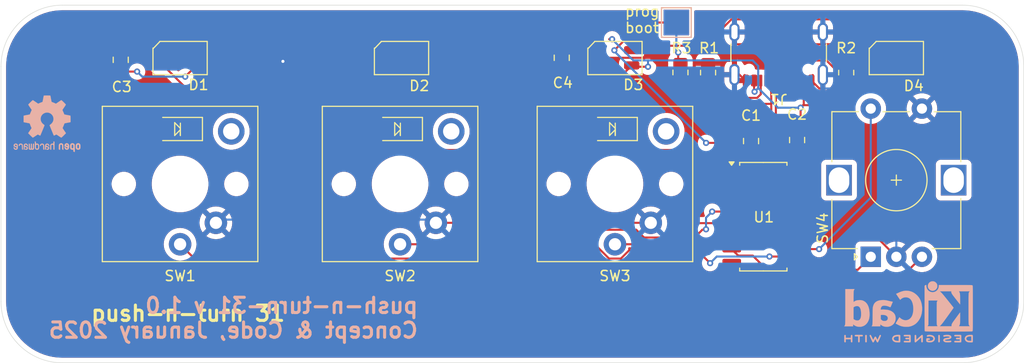
<source format=kicad_pcb>
(kicad_pcb (version 20240108) (generator "pcbnew") (generator_version "8.0")
  (layers (0 "F.Cu" signal) (31 "B.Cu" signal) (34 "B.Paste" user) (35 "F.Paste" user) (36 "B.SilkS" user "B.Silkscreen") (37 "F.SilkS" user "F.Silkscreen") (38 "B.Mask" user) (39 "F.Mask" user) (44 "Edge.Cuts" user))
  (net 0 "")
  (net 1 "GND")
  (net 2 "+3V3")
  (net 3 "+5V")
  (net 4 "Net-(D1-DOUT)")
  (net 5 "neo")
  (net 6 "Net-(D2-DOUT)")
  (net 7 "Net-(D3-DOUT)")
  (net 8 "Net-(J1-CC1)")
  (net 9 "/D-")
  (net 10 "/D+")
  (net 12 "Net-(J1-CC2)")
  (net 14 "Net-(R3-Pad1)")
  (net 15 "key1")
  (net 16 "key2")
  (net 17 "key3")
  (net 18 "enc_a")
  (net 19 "enc_b")
  (net 20 "enc_but")
  (net 21 "key6")
  (net 22 "key4")
  (net 24 "key5")
  (footprint "Capacitor_SMD:C_0805_2012Metric" (layer "F.Cu") (at 111.7 75.45 90)
    (property "Reference" "C3" (at -2.650001 0.1 0) (layer "F.SilkS"))
    (property "Value" "100n")
    (pad "1" smd roundrect (at -0.949999 0 90) (size 1 1.45) (layers "F.Cu" "F.Paste" "F.Mask") (net 3 "+5V"))
    (pad "2" smd roundrect (at 0.949999 0 90) (size 1 1.45) (layers "F.Cu" "F.Paste" "F.Mask") (net 1 "GND"))
  )
  (footprint "TestPoint:TestPoint_Pad_2.5x2.5mm" (layer "F.Cu") (at 166 71.8)
    (property "Reference" "TP1" (hide yes))
    (property "Value" "~")
    (pad "1" smd rect (at 0 0) (size 2.5 2.5) (layers "F.Cu" "F.Mask") (net 2 "+3V3"))
  )
  (footprint "Connector_USB:USB_C_Receptacle_GCT_USB4105-xx-A_16P_TopMnt_Horizontal" (layer "F.Cu") (at 176 73.8 180)
    (property "Reference" "J1" (at 0 -5.5 180) (layer "F.SilkS"))
    (property "Value" "USB_C_Receptacle_USB2.0_16P" (hide yes))
    (pad "" np_thru_hole circle (at -2.89 -2.605 180) (size 0.65 0.65) (drill 0.65) (layers "F&B.Cu" "*.Mask"))
    (pad "" np_thru_hole circle (at 2.89 -2.605 180) (size 0.65 0.65) (drill 0.65) (layers "F&B.Cu" "*.Mask"))
    (pad "A1" smd roundrect (at -3.2 -3.68 180) (size 0.6 1.15) (layers "F.Cu" "F.Paste" "F.Mask") (net 1 "GND"))
    (pad "A4" smd roundrect (at -2.4 -3.68 180) (size 0.6 1.15) (layers "F.Cu" "F.Paste" "F.Mask") (net 3 "+5V"))
    (pad "A5" smd roundrect (at -1.25 -3.679999 180) (size 0.3 1.15) (layers "F.Cu" "F.Paste" "F.Mask") (net 8 "Net-(J1-CC1)"))
    (pad "A6" smd roundrect (at -0.25 -3.68 180) (size 0.3 1.15) (layers "F.Cu" "F.Paste" "F.Mask") (net 10 "/D+"))
    (pad "A7" smd roundrect (at 0.25 -3.68 180) (size 0.3 1.15) (layers "F.Cu" "F.Paste" "F.Mask") (net 9 "/D-"))
    (pad "A8" smd roundrect (at 1.25 -3.679999 180) (size 0.3 1.15) (layers "F.Cu" "F.Paste" "F.Mask"))
    (pad "A9" smd roundrect (at 2.4 -3.68 180) (size 0.6 1.15) (layers "F.Cu" "F.Paste" "F.Mask") (net 3 "+5V"))
    (pad "A12" smd roundrect (at 3.2 -3.68 180) (size 0.6 1.15) (layers "F.Cu" "F.Paste" "F.Mask") (net 1 "GND"))
    (pad "B1" smd roundrect (at 3.2 -3.68 180) (size 0.6 1.15) (layers "F.Cu" "F.Paste" "F.Mask") (net 1 "GND"))
    (pad "B4" smd roundrect (at 2.4 -3.68 180) (size 0.6 1.15) (layers "F.Cu" "F.Paste" "F.Mask") (net 3 "+5V"))
    (pad "B5" smd roundrect (at 1.75 -3.68 180) (size 0.3 1.15) (layers "F.Cu" "F.Paste" "F.Mask") (net 12 "Net-(J1-CC2)"))
    (pad "B6" smd roundrect (at 0.75 -3.68 180) (size 0.3 1.15) (layers "F.Cu" "F.Paste" "F.Mask") (net 10 "/D+"))
    (pad "B7" smd roundrect (at -0.75 -3.68 180) (size 0.3 1.15) (layers "F.Cu" "F.Paste" "F.Mask") (net 9 "/D-"))
    (pad "B8" smd roundrect (at -1.75 -3.68 180) (size 0.3 1.15) (layers "F.Cu" "F.Paste" "F.Mask"))
    (pad "B9" smd roundrect (at -2.4 -3.68 180) (size 0.6 1.15) (layers "F.Cu" "F.Paste" "F.Mask") (net 3 "+5V"))
    (pad "B12" smd roundrect (at -3.2 -3.68 180) (size 0.6 1.15) (layers "F.Cu" "F.Paste" "F.Mask") (net 1 "GND"))
    (pad "S1" thru_hole oval (at -4.32 -3.105 180) (size 1 2.1) (drill oval 0.6 1.7) (layers "*.Cu" "*.Mask" "F.Paste") (net 1 "GND"))
    (pad "S1" thru_hole oval (at -4.32 1.075 180) (size 1 1.8) (drill oval 0.6 1.4) (layers "*.Cu" "*.Mask" "F.Paste") (net 1 "GND"))
    (pad "S1" thru_hole oval (at 4.32 -3.105 180) (size 1 2.1) (drill oval 0.6 1.7) (layers "*.Cu" "*.Mask" "F.Paste") (net 1 "GND"))
    (pad "S1" thru_hole oval (at 4.32 1.075 180) (size 1 1.8) (drill oval 0.6 1.4) (layers "*.Cu" "*.Mask" "F.Paste") (net 1 "GND"))
  )
  (footprint "Resistor_SMD:R_0805_2012Metric" (layer "F.Cu") (at 166.4 76.6875 -90)
    (property "Reference" "R3" (at -2.3875 -0.1 0) (layer "F.SilkS"))
    (property "Value" "10k")
    (pad "1" smd roundrect (at -0.9125 0 270) (size 1.025 1.4) (layers "F.Cu" "F.Paste" "F.Mask") (roundrect_rratio 0.243902) (net 14 "Net-(R3-Pad1)"))
    (pad "2" smd roundrect (at 0.9125 0 270) (size 1.025 1.4) (layers "F.Cu" "F.Paste" "F.Mask") (roundrect_rratio 0.243902) (net 10 "/D+"))
  )
  (footprint "LED_SMD:LED_WS2812B-Mini_PLCC4_3.5x2.8mm" (layer "F.Cu") (at 160 75.25 180)
    (property "Reference" "D3" (at -1.8 -2.65 0) (layer "F.SilkS"))
    (property "Value" "WS2812B-3528" (hide yes))
    (pad "1" smd roundrect (at 1.64 0.75 180) (size 1.5 0.8) (layers "F.Cu" "F.Paste" "F.Mask") (net 1 "GND"))
    (pad "2" smd roundrect (at 1.64 -0.75 180) (size 1.5 0.8) (layers "F.Cu" "F.Paste" "F.Mask") (net 6 "Net-(D2-DOUT)"))
    (pad "3" smd roundrect (at -1.64 -0.75 180) (size 1.5 0.8) (layers "F.Cu" "F.Paste" "F.Mask") (net 3 "+5V"))
    (pad "4" smd roundrect (at -1.64 0.75 180) (size 1.5 0.8) (layers "F.Cu" "F.Paste" "F.Mask") (net 7 "Net-(D3-DOUT)"))
  )
  (footprint "Resistor_SMD:R_0805_2012Metric" (layer "F.Cu") (at 182.6 76.7 90)
    (property "Reference" "R2" (at 2.4 0 180) (layer "F.SilkS"))
    (property "Value" "5k1")
    (pad "1" smd roundrect (at -0.9125 0 90) (size 1.025 1.4) (layers "F.Cu" "F.Paste" "F.Mask") (roundrect_rratio 0.243902) (net 8 "Net-(J1-CC1)"))
    (pad "2" smd roundrect (at 0.9125 0 90) (size 1.025 1.4) (layers "F.Cu" "F.Paste" "F.Mask") (roundrect_rratio 0.243902) (net 1 "GND"))
  )
  (footprint "Capacitor_SMD:C_0805_2012Metric" (layer "F.Cu") (at 154.8 75.25 90)
    (property "Reference" "C4" (at -2.450001 0.1 0) (layer "F.SilkS"))
    (property "Value" "100n")
    (pad "1" smd roundrect (at -0.949999 0 90) (size 1 1.45) (layers "F.Cu" "F.Paste" "F.Mask") (net 3 "+5V"))
    (pad "2" smd roundrect (at 0.949999 0 90) (size 1 1.45) (layers "F.Cu" "F.Paste" "F.Mask") (net 1 "GND"))
  )
  (footprint "Capacitor_SMD:C_0805_2012Metric" (layer "F.Cu") (at 173.3 83.4 90)
    (property "Reference" "C1" (at 2.5 0 180) (layer "F.SilkS"))
    (property "Value" "100n")
    (pad "1" smd roundrect (at -0.949999 0 90) (size 1 1.45) (layers "F.Cu" "F.Paste" "F.Mask") (net 2 "+3V3"))
    (pad "2" smd roundrect (at 0.949999 0 90) (size 1 1.45) (layers "F.Cu" "F.Paste" "F.Mask") (net 1 "GND"))
  )
  (footprint "Button_Switch_Keyboard:SW_RedDragon5.5m_Ali_1.00u" (layer "F.Cu") (at 160 87.6 180)
    (property "Reference" "SW3" (at 0 -9 0) (layer "F.SilkS"))
    (property "Value" "key3")
    (pad "" np_thru_hole circle (at -5.5 0 180) (size 1.9 1.9) (drill 1.9) (layers "*.Cu" "*.Mask"))
    (pad "" thru_hole circle (at -5 5.15 180) (size 2.6 2.6) (drill 1.6) (layers "*.Cu" "*.Mask"))
    (pad "" np_thru_hole circle (at 0 0 180) (size 5.05 5.05) (drill 5.05) (layers "*.Cu" "*.Mask"))
    (pad "" np_thru_hole circle (at 5.5 0 180) (size 1.9 1.9) (drill 1.9) (layers "*.Cu" "*.Mask"))
    (pad "1" thru_hole circle (at 0 -5.9 180) (size 2.2 2.2) (drill 1.2) (layers "*.Cu" "*.Mask") (net 17 "key3"))
    (pad "2" thru_hole circle (at -3.5 -3.8 180) (size 2.2 2.2) (drill 1.2) (layers "*.Cu" "*.Mask") (net 1 "GND"))
    (pad "3" smd roundrect (at -1.3 5.38 180) (size 1.25 1.75) (layers "F.Cu" "F.Paste" "F.Mask") (roundrect_rratio 0.2))
    (pad "4" smd roundrect (at 1.5 5.38 180) (size 1.25 1.75) (layers "F.Cu" "F.Paste" "F.Mask") (roundrect_rratio 0.2))
  )
  (footprint "Button_Switch_Keyboard:SW_RedDragon5.5m_Ali_1.00u" (layer "F.Cu") (at 139 87.6 180)
    (property "Reference" "SW2" (at 0 -9 0) (layer "F.SilkS"))
    (property "Value" "key2")
    (pad "" np_thru_hole circle (at -5.5 0 180) (size 1.9 1.9) (drill 1.9) (layers "*.Cu" "*.Mask"))
    (pad "" thru_hole circle (at -5 5.15 180) (size 2.6 2.6) (drill 1.6) (layers "*.Cu" "*.Mask"))
    (pad "" np_thru_hole circle (at 0 0 180) (size 5.05 5.05) (drill 5.05) (layers "*.Cu" "*.Mask"))
    (pad "" np_thru_hole circle (at 5.5 0 180) (size 1.9 1.9) (drill 1.9) (layers "*.Cu" "*.Mask"))
    (pad "1" thru_hole circle (at 0 -5.9 180) (size 2.2 2.2) (drill 1.2) (layers "*.Cu" "*.Mask") (net 16 "key2"))
    (pad "2" thru_hole circle (at -3.5 -3.8 180) (size 2.2 2.2) (drill 1.2) (layers "*.Cu" "*.Mask") (net 1 "GND"))
    (pad "3" smd roundrect (at -1.3 5.38 180) (size 1.25 1.75) (layers "F.Cu" "F.Paste" "F.Mask") (roundrect_rratio 0.2))
    (pad "4" smd roundrect (at 1.5 5.38 180) (size 1.25 1.75) (layers "F.Cu" "F.Paste" "F.Mask") (roundrect_rratio 0.2))
  )
  (footprint "LED_SMD:LED_WS2812B-Mini_PLCC4_3.5x2.8mm" (layer "F.Cu") (at 117.5 75.25 180)
    (property "Reference" "D1" (at -1.8 -2.65 0) (layer "F.SilkS"))
    (property "Value" "WS2812B-3528" (hide yes))
    (pad "1" smd roundrect (at 1.64 0.75 180) (size 1.5 0.8) (layers "F.Cu" "F.Paste" "F.Mask") (net 1 "GND"))
    (pad "2" smd roundrect (at 1.64 -0.75 180) (size 1.5 0.8) (layers "F.Cu" "F.Paste" "F.Mask") (net 5 "neo"))
    (pad "3" smd roundrect (at -1.64 -0.75 180) (size 1.5 0.8) (layers "F.Cu" "F.Paste" "F.Mask") (net 3 "+5V"))
    (pad "4" smd roundrect (at -1.64 0.75 180) (size 1.5 0.8) (layers "F.Cu" "F.Paste" "F.Mask") (net 4 "Net-(D1-DOUT)"))
  )
  (footprint "Resistor_SMD:R_0805_2012Metric" (layer "F.Cu") (at 169.1 76.7 90)
    (property "Reference" "R1" (at 2.4 0.1 180) (layer "F.SilkS"))
    (property "Value" "5k1")
    (pad "1" smd roundrect (at -0.9125 0 90) (size 1.025 1.4) (layers "F.Cu" "F.Paste" "F.Mask") (roundrect_rratio 0.243902) (net 12 "Net-(J1-CC2)"))
    (pad "2" smd roundrect (at 0.9125 0 90) (size 1.025 1.4) (layers "F.Cu" "F.Paste" "F.Mask") (roundrect_rratio 0.243902) (net 1 "GND"))
  )
  (footprint "Package_SO:SOP-16_4.4x10.4mm_P1.27mm" (layer "F.Cu") (at 174.5 90.8)
    (property "Reference" "U1" (at 0.05 0.05 0) (layer "F.SilkS"))
    (property "Value" "CH552G")
    (pad "1" smd roundrect (at -3.0875 -4.445) (size 1.825 0.65) (layers "F.Cu" "F.Paste" "F.Mask") (net 21 "key6"))
    (pad "2" smd roundrect (at -3.0875 -3.175) (size 1.825 0.65) (layers "F.Cu" "F.Paste" "F.Mask") (net 24 "key5"))
    (pad "3" smd roundrect (at -3.0875 -1.905) (size 1.825 0.65) (layers "F.Cu" "F.Paste" "F.Mask") (net 22 "key4"))
    (pad "4" smd roundrect (at -3.0875 -0.635) (size 1.825 0.65) (layers "F.Cu" "F.Paste" "F.Mask") (net 17 "key3"))
    (pad "5" smd roundrect (at -3.0875 0.635) (size 1.825 0.65) (layers "F.Cu" "F.Paste" "F.Mask") (net 16 "key2"))
    (pad "6" smd roundrect (at -3.0875 1.905) (size 1.825 0.65) (layers "F.Cu" "F.Paste" "F.Mask"))
    (pad "7" smd roundrect (at -3.0875 3.175) (size 1.825 0.65) (layers "F.Cu" "F.Paste" "F.Mask") (net 18 "enc_a"))
    (pad "8" smd roundrect (at -3.0875 4.445) (size 1.825 0.65) (layers "F.Cu" "F.Paste" "F.Mask") (net 19 "enc_b"))
    (pad "9" smd roundrect (at 3.0875 4.445) (size 1.825 0.65) (layers "F.Cu" "F.Paste" "F.Mask") (net 15 "key1"))
    (pad "10" smd roundrect (at 3.0875 3.175) (size 1.825 0.65) (layers "F.Cu" "F.Paste" "F.Mask") (net 20 "enc_but"))
    (pad "11" smd roundrect (at 3.0875 1.905) (size 1.825 0.65) (layers "F.Cu" "F.Paste" "F.Mask") (net 5 "neo"))
    (pad "12" smd roundrect (at 3.0875 0.635) (size 1.825 0.65) (layers "F.Cu" "F.Paste" "F.Mask") (net 10 "/D+"))
    (pad "13" smd roundrect (at 3.0875 -0.635) (size 1.825 0.65) (layers "F.Cu" "F.Paste" "F.Mask") (net 9 "/D-"))
    (pad "14" smd roundrect (at 3.0875 -1.905) (size 1.825 0.65) (layers "F.Cu" "F.Paste" "F.Mask") (net 1 "GND"))
    (pad "15" smd roundrect (at 3.0875 -3.175) (size 1.825 0.65) (layers "F.Cu" "F.Paste" "F.Mask") (net 3 "+5V"))
    (pad "16" smd roundrect (at 3.0875 -4.445) (size 1.825 0.65) (layers "F.Cu" "F.Paste" "F.Mask") (net 2 "+3V3"))
  )
  (footprint "Rotary_Encoder:RotaryEncoder_Alps_EC12E-Switch_Vertical_H20mm" (layer "F.Cu") (at 185 94.725 90)
    (property "Reference" "SW4" (at 2.8 -4.7 90) (layer "F.SilkS"))
    (property "Value" "RotaryEncoder_Switch")
    (pad "A" thru_hole rect (at 0 0 90) (size 2 2) (drill 1) (layers "*.Cu" "*.Mask") (net 18 "enc_a"))
    (pad "B" thru_hole circle (at 0 5 90) (size 2 2) (drill 1) (layers "*.Cu" "*.Mask") (net 19 "enc_b"))
    (pad "C" thru_hole circle (at 0 2.5 90) (size 2 2) (drill 1) (layers "*.Cu" "*.Mask") (net 1 "GND"))
    (pad "MP" thru_hole rect (at 7.5 -3.1 90) (size 3 2.5) (drill oval 2.5 2) (layers "*.Cu" "*.Mask"))
    (pad "MP" thru_hole rect (at 7.5 8.1 90) (size 3 2.5) (drill oval 2.5 2) (layers "*.Cu" "*.Mask"))
    (pad "S1" thru_hole circle (at 14.5 0 90) (size 2 2) (drill 1) (layers "*.Cu" "*.Mask") (net 20 "enc_but"))
    (pad "S2" thru_hole circle (at 14.5 5 90) (size 2 2) (drill 1) (layers "*.Cu" "*.Mask") (net 1 "GND"))
  )
  (footprint "Capacitor_SMD:C_0805_2012Metric" (layer "F.Cu") (at 177.8 83.3 -90)
    (property "Reference" "C2" (at -2.5 0 0) (layer "F.SilkS"))
    (property "Value" "100n")
    (pad "1" smd roundrect (at -0.949999 0 270) (size 1 1.45) (layers "F.Cu" "F.Paste" "F.Mask") (net 3 "+5V"))
    (pad "2" smd roundrect (at 0.949999 0 270) (size 1 1.45) (layers "F.Cu" "F.Paste" "F.Mask") (net 1 "GND"))
  )
  (footprint "LED_SMD:LED_WS2812B-Mini_PLCC4_3.5x2.8mm" (layer "F.Cu") (at 139.14 75.25 180)
    (property "Reference" "D2" (at -1.74 -2.75 0) (layer "F.SilkS"))
    (property "Value" "WS2812B-3528" (hide yes))
    (pad "1" smd roundrect (at 1.64 0.75 180) (size 1.5 0.8) (layers "F.Cu" "F.Paste" "F.Mask") (net 1 "GND"))
    (pad "2" smd roundrect (at 1.64 -0.75 180) (size 1.5 0.8) (layers "F.Cu" "F.Paste" "F.Mask") (net 4 "Net-(D1-DOUT)"))
    (pad "3" smd roundrect (at -1.64 -0.75 180) (size 1.5 0.8) (layers "F.Cu" "F.Paste" "F.Mask") (net 3 "+5V"))
    (pad "4" smd roundrect (at -1.64 0.75 180) (size 1.5 0.8) (layers "F.Cu" "F.Paste" "F.Mask") (net 6 "Net-(D2-DOUT)"))
  )
  (footprint "Button_Switch_Keyboard:SW_RedDragon5.5m_Ali_1.00u" (layer "F.Cu") (at 117.5 87.6 180)
    (property "Reference" "SW1" (at 0 -9 0) (layer "F.SilkS"))
    (property "Value" "key1")
    (pad "" np_thru_hole circle (at -5.5 0 180) (size 1.9 1.9) (drill 1.9) (layers "*.Cu" "*.Mask"))
    (pad "" thru_hole circle (at -5 5.15 180) (size 2.6 2.6) (drill 1.6) (layers "*.Cu" "*.Mask"))
    (pad "" np_thru_hole circle (at 0 0 180) (size 5.05 5.05) (drill 5.05) (layers "*.Cu" "*.Mask"))
    (pad "" np_thru_hole circle (at 5.5 0 180) (size 1.9 1.9) (drill 1.9) (layers "*.Cu" "*.Mask"))
    (pad "1" thru_hole circle (at 0 -5.9 180) (size 2.2 2.2) (drill 1.2) (layers "*.Cu" "*.Mask") (net 15 "key1"))
    (pad "2" thru_hole circle (at -3.5 -3.8 180) (size 2.2 2.2) (drill 1.2) (layers "*.Cu" "*.Mask") (net 1 "GND"))
    (pad "3" smd roundrect (at -1.3 5.38 180) (size 1.25 1.75) (layers "F.Cu" "F.Paste" "F.Mask") (roundrect_rratio 0.2))
    (pad "4" smd roundrect (at 1.5 5.38 180) (size 1.25 1.75) (layers "F.Cu" "F.Paste" "F.Mask") (roundrect_rratio 0.2))
  )
  (footprint "LED_SMD:LED_WS2812B-Mini_PLCC4_3.5x2.8mm" (layer "F.Cu") (at 187.5 75.25 180)
    (property "Reference" "D4" (at -1.7 -2.75 0) (layer "F.SilkS"))
    (property "Value" "WS2812B-3528" (hide yes))
    (pad "1" smd roundrect (at 1.64 0.75 180) (size 1.5 0.8) (layers "F.Cu" "F.Paste" "F.Mask") (net 1 "GND"))
    (pad "2" smd roundrect (at 1.64 -0.75 180) (size 1.5 0.8) (layers "F.Cu" "F.Paste" "F.Mask") (net 7 "Net-(D3-DOUT)"))
    (pad "3" smd roundrect (at -1.64 -0.75 180) (size 1.5 0.8) (layers "F.Cu" "F.Paste" "F.Mask") (net 3 "+5V"))
    (pad "4" smd roundrect (at -1.64 0.75 180) (size 1.5 0.8) (layers "F.Cu" "F.Paste" "F.Mask"))
  )
  (footprint "Symbol:OSHW-Logo2_7.3x6mm_SilkScreen" (layer "B.Cu") (at 104.5 81.7 180)
    (property "Reference" "REFOH" (hide yes))
    (property "Value" "OSHW-Logo2_7.3x6mm_SilkScreen" (hide yes))
  )
  (footprint "Symbol:KiCad-Logo2_5mm_SilkScreen" (layer "B.Cu") (at 188.7 100.1 180)
    (property "Reference" "KICAD" (hide yes))
    (property "Value" "KiCad-Logo2_5mm_SilkScreen" (hide yes))
  )
  (footprint "TestPoint:TestPoint_Pad_2.5x2.5mm" (layer "B.Cu") (at 166 71.8 180)
    (property "Reference" "TP2" (hide yes))
    (property "Value" "TestPoint" (hide yes))
    (pad "1" smd rect (at 0 0 180) (size 2.5 2.5) (layers "B.Cu" "B.Mask") (net 14 "Net-(R3-Pad1)"))
  )
  (gr_line (start 106 105.1) (end 193.957359 105.1) (stroke (width 0.05)) (layer "Edge.Cuts"))
  (gr_line (start 100 76.1) (end 100 99.1) (stroke (width 0.05)) (layer "Edge.Cuts"))
  (gr_arc (start 193.957359 70.1) (mid 198.2 71.857359) (end 199.957359 76.1) (stroke (width 0.05)) (layer "Edge.Cuts"))
  (gr_arc (start 199.957359 99.1) (mid 198.2 103.342641) (end 193.957359 105.1) (stroke (width 0.05)) (layer "Edge.Cuts"))
  (gr_arc (start 106 105.1) (mid 101.757359 103.342641) (end 100 99.1) (stroke (width 0.05)) (layer "Edge.Cuts"))
  (gr_line (start 199.957359 99.1) (end 199.957359 76.1) (stroke (width 0.05)) (layer "Edge.Cuts"))
  (gr_line (start 193.95 70.1) (end 106 70.1) (stroke (width 0.05)) (layer "Edge.Cuts"))
  (gr_arc (start 100 76.1) (mid 101.757359 71.857359) (end 106 70.1) (stroke (width 0.05)) (layer "Edge.Cuts"))
  (gr_text "push-n-turn-31 v 1.0\nConcept & Code, January 2025" (at 140.9 102.8 0) (layer "B.SilkS") (effects (font (size 1.5 1.5) (thickness 0.3) (bold yes)) (justify left bottom mirror)))
  (gr_text "prog\nboot" (at 160.9 72.9 0) (layer "F.SilkS") (effects (font (size 1 1)) (justify left bottom)))
  (gr_text "push-n-turn 31" (at 108.65 101.15 0) (layer "F.SilkS") (effects (font (size 1.5 1.5) (thickness 0.3) (bold yes)) (justify left bottom)))
  (segment (start 165.38 77.1554) (end 163.4746 75.25) (width 0.2) (layer "F.Cu") (net 1))
  (segment (start 137.5 73.795) (end 154.295 73.795) (width 0.2) (layer "F.Cu") (net 1))
  (segment (start 177.9 88.895) (end 178.845 87.9497) (width 0.2) (layer "F.Cu") (net 1))
  (segment (start 171.68 73.9267) (end 180.32 73.9267) (width 0.2) (layer "F.Cu") (net 1))
  (segment (start 181.9837 92.7247) (end 185.4997 92.7247) (width 0.2) (layer "F.Cu") (net 1))
  (segment (start 171.68 73.9267) (end 171.68 75.5533) (width 0.2) (layer "F.Cu") (net 1))
  (segment (start 180.32 78.2567) (end 179.977 78.2567) (width 0.2) (layer "F.Cu") (net 1))
  (segment (start 180.32 72.725) (end 180.32 73.9267) (width 0.2) (layer "F.Cu") (net 1))
  (segment (start 165.38 76.6016) (end 168.286 76.6016) (width 0.2) (layer "F.Cu") (net 1))
  (segment (start 179.977 78.2567) (end 179.2 77.48) (width 0.2) (layer "F.Cu") (net 1))
  (segment (start 115.86 74.5) (end 111.7 74.5) (width 0.2) (layer "F.Cu") (net 1))
  (segment (start 163.4746 75.25) (end 159.11 75.25) (width 0.2) (layer "F.Cu") (net 1))
  (segment (start 158.16 74.3) (end 158.36 74.5) (width 0.2) (layer "F.Cu") (net 1))
  (segment (start 154.5475 74.0475) (end 154.295 73.795) (width 0.2) (layer "F.Cu") (net 1))
  (segment (start 178.845 87.9497) (end 178.845 85.2952) (width 0.2) (layer "F.Cu") (net 1))
  (segment (start 169.334 75.5533) (end 171.68 75.5533) (width 0.2) (layer "F.Cu") (net 1))
  (segment (start 154.5475 74.0475) (end 157.9075 74.0475) (width 0.2) (layer "F.Cu") (net 1))
  (segment (start 172.743 77.48) (end 172.8 77.48) (width 0.2) (layer "F.Cu") (net 1))
  (segment (start 169.1 75.7875) (end 169.334 75.5533) (width 0.2) (layer "F.Cu") (net 1))
  (segment (start 159.11 75.25) (end 158.36 74.5) (width 0.2) (layer "F.Cu") (net 1))
  (segment (start 180.739 73.9267) (end 185.2867 73.9267) (width 0.2) (layer "F.Cu") (net 1))
  (segment (start 154.8 74.3) (end 154.5475 74.0475) (width 0.2) (layer "F.Cu") (net 1))
  (segment (start 171.68 76.4172) (end 172.743 77.48) (width 0.2) (layer "F.Cu") (net 1))
  (segment (start 163.5 91.4) (end 142.5 91.4) (width 0.2) (layer "F.Cu") (net 1))
  (segment (start 171.68 76.4172) (end 171.68 75.5533) (width 0.2) (layer "F.Cu") (net 1))
  (segment (start 168.286 76.6016) (end 169.1 75.7875) (width 0.2) (layer "F.Cu") (net 1))
  (segment (start 116.565 73.795) (end 137.5 73.795) (width 0.2) (layer "F.Cu") (net 1))
  (segment (start 185.2867 73.9267) (end 185.86 74.5) (width 0.2) (layer "F.Cu") (net 1))
  (segment (start 171.68 76.905) (end 171.68 76.4172) (width 0.2) (layer "F.Cu") (net 1))
  (segment (start 177.588 88.895) (end 177.5875 88.895) (width 0.2) (layer "F.Cu") (net 1))
  (segment (start 171.68 72.725) (end 171.68 73.9267) (width 0.2) (layer "F.Cu") (net 1))
  (segment (start 165.38 77.1554) (end 165.38 76.6016) (width 0.2) (layer "F.Cu") (net 1))
  (segment (start 115.86 74.5) (end 116.565 73.795) (width 0.2) (layer "F.Cu") (net 1))
  (segment (start 185.4997 92.7247) (end 187.5 94.725) (width 0.2) (layer "F.Cu") (net 1))
  (segment (start 169.741 82.45) (end 165.38 78.0881) (width 0.2) (layer "F.Cu") (net 1))
  (segment (start 180.32 76.905) (end 180.32 78.2567) (width 0.2) (layer "F.Cu") (net 1))
  (segment (start 178.845 85.2952) (end 177.8 84.25) (width 0.2) (layer "F.Cu") (net 1))
  (segment (start 177.588 88.895) (end 177.8851 88.895) (width 0.2) (layer "F.Cu") (net 1))
  (segment (start 178.154 88.895) (end 181.9837 92.7247) (width 0.2) (layer "F.Cu") (net 1))
  (segment (start 165.38 78.0881) (end 165.38 77.1554) (width 0.2) (layer "F.Cu") (net 1))
  (segment (start 157.9075 74.0475) (end 158.16 74.3) (width 0.2) (layer "F.Cu") (net 1))
  (segment (start 182.6 75.7875) (end 180.739 73.9267) (width 0.2) (layer "F.Cu") (net 1))
  (segment (start 137.5 74.5) (end 137.5 73.795) (width 0.2) (layer "F.Cu") (net 1))
  (segment (start 180.739 73.9267) (end 180.32 73.9267) (width 0.2) (layer "F.Cu") (net 1))
  (segment (start 177.8851 88.895) (end 178.154 88.895) (width 0.2) (layer "F.Cu") (net 1))
  (segment (start 177.8851 88.895) (end 177.9 88.895) (width 0.2) (layer "F.Cu") (net 1))
  (segment (start 173.3 82.45) (end 169.741 82.45) (width 0.2) (layer "F.Cu") (net 1))
  (via (at 127.55 75.6) (size 0.6) (drill 0.3) (layers "F.Cu" "B.Cu") (net 1))
  (segment (start 190 80.225) (end 187.5 82.725) (width 0.2) (layer "B.Cu") (net 1))
  (segment (start 171.68 76.905) (end 171.68 83.6162) (width 0.2) (layer "B.Cu") (net 1))
  (segment (start 121 91.0883) (end 142.188 91.0883) (width 0.2) (layer "B.Cu") (net 1))
  (segment (start 163.896 91.4) (end 163.5 91.4) (width 0.2) (layer "B.Cu") (net 1))
  (segment (start 190 80.225) (end 188.032 78.2567) (width 0.2) (layer "B.Cu") (net 1))
  (segment (start 171.68 83.6162) (end 163.896 91.4) (width 0.2) (layer "B.Cu") (net 1))
  (segment (start 142.188 91.0883) (end 142.5 91.4) (width 0.2) (layer "B.Cu") (net 1))
  (segment (start 187.5 82.725) (end 187.5 94.725) (width 0.2) (layer "B.Cu") (net 1))
  (segment (start 121 91.4) (end 121 91.0883) (width 0.2) (layer "B.Cu") (net 1))
  (segment (start 180.32 72.725) (end 180.32 76.905) (width 0.2) (layer "B.Cu") (net 1))
  (segment (start 188.032 78.2567) (end 180.32 78.2567) (width 0.2) (layer "B.Cu") (net 1))
  (segment (start 180.32 78.2567) (end 180.32 76.905) (width 0.2) (layer "B.Cu") (net 1))
  (segment (start 166 71.8) (end 162.6611 71.8) (width 0.2) (layer "F.Cu") (net 2))
  (segment (start 162.6611 71.8) (end 159.9434 74.5177) (width 0.2) (layer "F.Cu") (net 2))
  (segment (start 172.5268 83.5768) (end 168.9039 83.5768) (width 0.2) (layer "F.Cu") (net 2))
  (segment (start 173.3 84.35) (end 172.5268 83.5768) (width 0.2) (layer "F.Cu") (net 2))
  (via (at 168.9039 83.5768) (size 0.6) (drill 0.3) (layers "F.Cu" "B.Cu") (net 2))
  (via (at 159.9434 74.5177) (size 0.6) (drill 0.3) (layers "F.Cu" "B.Cu") (net 2))
  (segment (start 168.9039 83.5768) (end 159.9434 74.6163) (width 0.2) (layer "B.Cu") (net 2))
  (segment (start 159.9434 74.6163) (end 159.9434 74.5177) (width 0.2) (layer "B.Cu") (net 2))
  (segment (start 161.7667 76.1267) (end 161.64 76) (width 0.2) (layer "F.Cu") (net 3))
  (segment (start 173.6 77.48) (end 173.6 78.52) (width 0.2) (layer "F.Cu") (net 3))
  (segment (start 140.78 76) (end 154.2317 76) (width 0.2) (layer "F.Cu") (net 3))
  (segment (start 140.78 76) (end 141.164 76.3843) (width 0.2) (layer "F.Cu") (net 3))
  (segment (start 178.143 82.0067) (end 177.8 82.35) (width 0.2) (layer "F.Cu") (net 3))
  (segment (start 178.452 78.6768) (end 178.452 79.8251) (width 0.2) (layer "F.Cu") (net 3))
  (segment (start 178.3915 79.8856) (end 178.143 80.1336) (width 0.2) (layer "F.Cu") (net 3))
  (segment (start 111.900001 76.6) (end 111.7 76.399999) (width 0.2) (layer "F.Cu") (net 3))
  (segment (start 178.4 78.625) (end 178.452 78.6768) (width 0.2) (layer "F.Cu") (net 3))
  (segment (start 182.6404 79.8856) (end 184.1736 78.3524) (width 0.2) (layer "F.Cu") (net 3))
  (segment (start 173.6 78.52) (end 173.646 78.5664) (width 0.2) (layer "F.Cu") (net 3))
  (segment (start 160.9309 76.7091) (end 155.125 76.7091) (width 0.2) (layer "F.Cu") (net 3))
  (segment (start 154.616 76.3843) (end 154.708 76.2921) (width 0.2) (layer "F.Cu") (net 3))
  (segment (start 155.125 76.7091) (end 154.708 76.2921) (width 0.2) (layer "F.Cu") (net 3))
  (segment (start 161.64 76) (end 160.9309 76.7091) (width 0.2) (layer "F.Cu") (net 3))
  (segment (start 186.7876 78.3524) (end 189.14 76) (width 0.2) (layer "F.Cu") (net 3))
  (segment (start 178.143 80.1336) (end 178.143 82.0067) (width 0.2) (layer "F.Cu") (net 3))
  (segment (start 140.78 76) (end 140.0732 76.7068) (width 0.2) (layer "F.Cu") (net 3))
  (segment (start 159.721 73.4316) (end 159.428 73.4316) (width 0.2) (layer "F.Cu") (net 3))
  (segment (start 178.3915 79.8856) (end 182.6404 79.8856) (width 0.2) (layer "F.Cu") (net 3))
  (segment (start 111.7 76.4) (end 112.01 76.7101) (width 0.2) (layer "F.Cu") (net 3))
  (segment (start 154.2317 76) (end 154.616 76.3843) (width 0.2) (layer "F.Cu") (net 3))
  (segment (start 154.708 76.2921) (end 154.8 76.2) (width 0.2) (layer "F.Cu") (net 3))
  (segment (start 119.14 76) (end 119.1 76) (width 0.2) (layer "F.Cu") (net 3))
  (segment (start 177.587 82.35) (end 176.336 83.6014) (width 0.2) (layer "F.Cu") (net 3))
  (segment (start 119.1 76) (end 118 77.1) (width 0.2) (layer "F.Cu") (net 3))
  (segment (start 177.8 82.35) (end 177.587 82.35) (width 0.2) (layer "F.Cu") (net 3))
  (segment (start 163.2318 76.1267) (end 161.7667 76.1267) (width 0.2) (layer "F.Cu") (net 3))
  (segment (start 177.5875 87.625) (end 177.588 87.625) (width 0.2) (layer "F.Cu") (net 3))
  (segment (start 178.4 77.48) (end 178.4 78.625) (width 0.2) (layer "F.Cu") (net 3))
  (segment (start 119.8468 76.7068) (end 119.14 76) (width 0.2) (layer "F.Cu") (net 3))
  (segment (start 177.261 87.625) (end 177.5875 87.625) (width 0.2) (layer "F.Cu") (net 3))
  (segment (start 176.336 83.6014) (end 176.336 86.6993) (width 0.2) (layer "F.Cu") (net 3))
  (segment (start 176.336 86.6993) (end 177.261 87.625) (width 0.2) (layer "F.Cu") (net 3))
  (segment (start 178.452 79.8251) (end 178.3915 79.8856) (width 0.2) (layer "F.Cu") (net 3))
  (segment (start 140.0732 76.7068) (end 119.8468 76.7068) (width 0.2) (layer "F.Cu") (net 3))
  (segment (start 184.1736 78.3524) (end 186.7876 78.3524) (width 0.2) (layer "F.Cu") (net 3))
  (segment (start 113.3 76.6) (end 111.900001 76.6) (width 0.2) (layer "F.Cu") (net 3))
  (via (at 118 77.1) (size 0.6) (drill 0.3) (layers "F.Cu" "B.Cu") (net 3))
  (via (at 159.721 73.4316) (size 0.6) (drill 0.3) (layers "F.Cu" "B.Cu") (net 3))
  (via (at 113.3 76.6) (size 0.6) (drill 0.3) (layers "F.Cu" "B.Cu") (net 3))
  (via (at 178.143 80.1336) (size 0.6) (drill 0.3) (layers "F.Cu" "B.Cu") (net 3))
  (via (at 173.646 78.5664) (size 0.6) (drill 0.3) (layers "F.Cu" "B.Cu") (net 3))
  (via (at 163.2318 76.1267) (size 0.6) (drill 0.3) (layers "F.Cu" "B.Cu") (net 3))
  (segment (start 173.5648 75.615) (end 173.4555 75.5057) (width 0.2) (layer "B.Cu") (net 3))
  (segment (start 178.143 80.1336) (end 175.921 80.1336) (width 0.2) (layer "B.Cu") (net 3))
  (segment (start 114.65 77.1) (end 113.8 77.1) (width 0.2) (layer "B.Cu") (net 3))
  (segment (start 174 78.2128) (end 174 76.0506) (width 0.2) (layer "B.Cu") (net 3))
  (segment (start 163.2318 75.5057) (end 161.7951 75.5057) (width 0.2) (layer "B.Cu") (net 3))
  (segment (start 163.2318 75.5057) (end 163.2318 76.1267) (width 0.2) (layer "B.Cu") (net 3))
  (segment (start 174 76.0506) (end 173.5648 75.615) (width 0.2) (layer "B.Cu") (net 3))
  (segment (start 161.7951 75.5057) (end 159.721 73.4316) (width 0.2) (layer "B.Cu") (net 3))
  (segment (start 118 77.1) (end 114.65 77.1) (width 0.2) (layer "B.Cu") (net 3))
  (segment (start 173.5648 75.615) (end 173.456 75.5061) (width 0.2) (layer "B.Cu") (net 3))
  (segment (start 113.8 77.1) (end 113.3 76.6) (width 0.2) (layer "B.Cu") (net 3))
  (segment (start 175.921 80.1336) (end 174 78.2128) (width 0.2) (layer "B.Cu") (net 3))
  (segment (start 173.646 78.5664) (end 174 78.2128) (width 0.2) (layer "B.Cu") (net 3))
  (segment (start 173.4555 75.5057) (end 163.2318 75.5057) (width 0.2) (layer "B.Cu") (net 3))
  (segment (start 119.14 74.5) (end 136 74.5) (width 0.2) (layer "F.Cu") (net 4))
  (segment (start 136 74.5) (end 137.5 76) (width 0.2) (layer "F.Cu") (net 4))
  (segment (start 120.8585 78.2865) (end 131.785 78.2865) (width 0.2) (layer "F.Cu") (net 5))
  (segment (start 115.86 76) (end 118.145 78.285) (width 0.2) (layer "F.Cu") (net 5))
  (segment (start 177.5875 92.705) (end 176.295 92.705) (width 0.2) (layer "F.Cu") (net 5))
  (segment (start 177.588 92.705) (end 177.5875 92.705) (width 0.2) (layer "F.Cu") (net 5))
  (segment (start 170.466 85.73) (end 169.7557 85.0193) (width 0.2) (layer "F.Cu") (net 5))
  (segment (start 120.857 78.285) (end 120.8585 78.2865) (width 0.2) (layer "F.Cu") (net 5))
  (segment (start 172.625 89.0353) (end 172.625 85.9964) (width 0.2) (layer "F.Cu") (net 5))
  (segment (start 131.785 78.2865) (end 137.5487 84.0502) (width 0.2) (layer "F.Cu") (net 5))
  (segment (start 137.5487 84.0502) (end 139.7992 84.0502) (width 0.2) (layer "F.Cu") (net 5))
  (segment (start 140.0242 84.2752) (end 168.1372 84.2752) (width 0.2) (layer "F.Cu") (net 5))
  (segment (start 168.8813 85.0193) (end 169.7557 85.0193) (width 0.2) (layer "F.Cu") (net 5))
  (segment (start 172.625 85.9964) (end 172.359 85.73) (width 0.2) (layer "F.Cu") (net 5))
  (segment (start 118.145 78.285) (end 120.857 78.285) (width 0.2) (layer "F.Cu") (net 5))
  (segment (start 168.1372 84.2752) (end 168.8813 85.0193) (width 0.2) (layer "F.Cu") (net 5))
  (segment (start 172.359 85.73) (end 170.466 85.73) (width 0.2) (layer "F.Cu") (net 5))
  (segment (start 139.7992 84.0502) (end 140.0242 84.2752) (width 0.2) (layer "F.Cu") (net 5))
  (segment (start 176.295 92.705) (end 172.625 89.0353) (width 0.2) (layer "F.Cu") (net 5))
  (segment (start 140.78 74.5) (end 141.53 75.25) (width 0.2) (layer "F.Cu") (net 6))
  (segment (start 141.53 75.25) (end 157.61 75.25) (width 0.2) (layer "F.Cu") (net 6))
  (segment (start 157.61 75.25) (end 158.36 76) (width 0.2) (layer "F.Cu") (net 6))
  (segment (start 168.7982 74.073) (end 171.387 71.4842) (width 0.2) (layer "F.Cu") (net 7))
  (segment (start 186.55 76) (end 185.86 76) (width 0.2) (layer "F.Cu") (net 7))
  (segment (start 161.64 74.5) (end 162.067 74.073) (width 0.2) (layer "F.Cu") (net 7))
  (segment (start 187.45 75.1) (end 186.55 76) (width 0.2) (layer "F.Cu") (net 7))
  (segment (start 171.387 71.4842) (end 185.6842 71.4842) (width 0.2) (layer "F.Cu") (net 7))
  (segment (start 162.067 74.073) (end 168.7982 74.073) (width 0.2) (layer "F.Cu") (net 7))
  (segment (start 185.6842 71.4842) (end 187.45 73.25) (width 0.2) (layer "F.Cu") (net 7))
  (segment (start 187.45 73.25) (end 187.45 75.1) (width 0.2) (layer "F.Cu") (net 7))
  (segment (start 177.25 77.48) (end 177.25 76.7983) (width 0.2) (layer "F.Cu") (net 8))
  (segment (start 182.6 77.4413) (end 182.6 77.6125) (width 0.2) (layer "F.Cu") (net 8))
  (segment (start 180.678 75.5191) (end 182.6 77.4413) (width 0.2) (layer "F.Cu") (net 8))
  (segment (start 178.529 75.5191) (end 180.678 75.5191) (width 0.2) (layer "F.Cu") (net 8))
  (segment (start 177.25 76.7983) (end 178.529 75.5191) (width 0.2) (layer "F.Cu") (net 8))
  (segment (start 175.725 88.9361) (end 175.725 82.3175) (width 0.2) (layer "F.Cu") (net 9))
  (segment (start 175.725 82.3175) (end 175.725 78.5675) (width 0.2) (layer "F.Cu") (net 9))
  (segment (start 176.954 90.165) (end 175.725 88.9361) (width 0.2) (layer "F.Cu") (net 9))
  (segment (start 177.588 90.165) (end 177.5875 90.165) (width 0.2) (layer "F.Cu") (net 9))
  (segment (start 177.5875 90.165) (end 176.954 90.165) (width 0.2) (layer "F.Cu") (net 9))
  (segment (start 175.75 78.5425) (end 175.75 77.48) (width 0.2) (layer "F.Cu") (net 9))
  (segment (start 175.725 78.5675) (end 175.75 78.5425) (width 0.2) (layer "F.Cu") (net 9))
  (segment (start 175.725 79.2) (end 176.75 78.175) (width 0.2) (layer "F.Cu") (net 9))
  (segment (start 176.75 78.175) (end 176.75 77.48) (width 0.2) (layer "F.Cu") (net 9))
  (segment (start 175.548 76.5697) (end 175.948 76.5697) (width 0.2) (layer "F.Cu") (net 10))
  (segment (start 176.25 76.8719) (end 176.25 77.48) (width 0.2) (layer "F.Cu") (net 10))
  (segment (start 175.25 76.8679) (end 175.548 76.5697) (width 0.2) (layer "F.Cu") (net 10))
  (segment (start 176.942 90.79) (end 177.265 91.1125) (width 0.2) (layer "F.Cu") (net 10))
  (segment (start 175.25 77.48) (end 175.25 76.8679) (width 0.2) (layer "F.Cu") (net 10))
  (segment (start 175.275 79.7567) (end 175.275 78.5675) (width 0.2) (layer "F.Cu") (net 10))
  (segment (start 175.25 78.5425) (end 175.25 77.48) (width 0.2) (layer "F.Cu") (net 10))
  (segment (start 175.948 76.5697) (end 176.25 76.8719) (width 0.2) (layer "F.Cu") (net 10))
  (segment (start 175.275 79.7567) (end 175.275 89.4236) (width 0.2) (layer "F.Cu") (net 10))
  (segment (start 175.275 78.5675) (end 175.25 78.5425) (width 0.2) (layer "F.Cu") (net 10))
  (segment (start 168.557 79.7567) (end 175.275 79.7567) (width 0.2) (layer "F.Cu") (net 10))
  (segment (start 176.641 90.79) (end 176.942 90.79) (width 0.2) (layer "F.Cu") (net 10))
  (segment (start 166.4 77.6) (end 168.557 79.7567) (width 0.2) (layer "F.Cu") (net 10))
  (segment (start 175.275 89.4236) (end 176.641 90.79) (width 0.2) (layer "F.Cu") (net 10))
  (segment (start 177.265 91.1125) (end 177.5875 91.435) (width 0.2) (layer "F.Cu") (net 10))
  (segment (start 173.898 79.1706) (end 170.658 79.1706) (width 0.2) (layer "F.Cu") (net 12))
  (segment (start 174.25 77.48) (end 174.25 78.819) (width 0.2) (layer "F.Cu") (net 12))
  (segment (start 170.658 79.1706) (end 169.1 77.6125) (width 0.2) (layer "F.Cu") (net 12))
  (segment (start 174.25 78.819) (end 173.898 79.1706) (width 0.2) (layer "F.Cu") (net 12))
  (segment (start 166.4 75.775) (end 166.18 75.5555) (width 0.2) (layer "F.Cu") (net 14))
  (segment (start 166.18 75.5555) (end 166.18 74.7305) (width 0.2) (layer "F.Cu") (net 14))
  (via (at 166.18 74.7305) (size 0.6) (drill 0.3) (layers "F.Cu" "B.Cu") (net 14))
  (segment (start 166 71.8) (end 166 74.55) (width 0.2) (layer "B.Cu") (net 14))
  (segment (start 166 74.55) (end 166.18 74.7305) (width 0.2) (layer "B.Cu") (net 14))
  (segment (start 142.606606 94.9) (end 118.9 94.9) (width 0.2) (layer "F.Cu") (net 15))
  (segment (start 177.315 94.9725) (end 177.5875 95.245) (width 0.2) (layer "F.Cu") (net 15))
  (segment (start 169.3 95.35) (end 167.567843 93.617843) (width 0.2) (layer "F.Cu") (net 15))
  (segment (start 118.9 94.9) (end 117.5 93.5) (width 0.2) (layer "F.Cu") (net 15))
  (segment (start 177.588 95.245) (end 177.315 94.9725) (width 0.2) (layer "F.Cu") (net 15))
  (segment (start 160.579899 94.9) (end 159.420101 94.9) (width 0.2) (layer "F.Cu") (net 15))
  (segment (start 144.856606 92.65) (end 142.606606 94.9) (width 0.2) (layer "F.Cu") (net 15))
  (segment (start 167.285686 93.9) (end 161.4 93.9) (width 0.2) (layer "F.Cu") (net 15))
  (segment (start 177.042 94.7) (end 175.1 94.7) (width 0.2) (layer "F.Cu") (net 15))
  (segment (start 159.420101 94.9) (end 157.170101 92.65) (width 0.2) (layer "F.Cu") (net 15))
  (segment (start 161.4 94.079899) (end 160.579899 94.9) (width 0.2) (layer "F.Cu") (net 15))
  (segment (start 177.315 94.9725) (end 177.042 94.7) (width 0.2) (layer "F.Cu") (net 15))
  (segment (start 157.170101 92.65) (end 144.856606 92.65) (width 0.2) (layer "F.Cu") (net 15))
  (segment (start 167.567843 93.617843) (end 167.285686 93.9) (width 0.2) (layer "F.Cu") (net 15))
  (segment (start 161.4 93.9) (end 161.4 94.079899) (width 0.2) (layer "F.Cu") (net 15))
  (via (at 169.3 95.35) (size 0.6) (drill 0.3) (layers "F.Cu" "B.Cu") (net 15))
  (via (at 175.1 94.7) (size 0.6) (drill 0.3) (layers "F.Cu" "B.Cu") (net 15))
  (segment (start 169.95 94.7) (end 175.1 94.7) (width 0.2) (layer "B.Cu") (net 15))
  (segment (start 169.3 95.35) (end 169.95 94.7) (width 0.2) (layer "B.Cu") (net 15))
  (segment (start 143.441 93.5) (end 139 93.5) (width 0.2) (layer "F.Cu") (net 16))
  (segment (start 162.08 92.0799) (end 144.861 92.0799) (width 0.2) (layer "F.Cu") (net 16))
  (segment (start 162.84 92.84) (end 162.08 92.0799) (width 0.2) (layer "F.Cu") (net 16))
  (segment (start 164.743 92.84) (end 162.84 92.84) (width 0.2) (layer "F.Cu") (net 16))
  (segment (start 144.861 92.0799) (end 143.441 93.5) (width 0.2) (layer "F.Cu") (net 16))
  (segment (start 171.412 91.435) (end 166.148 91.435) (width 0.2) (layer "F.Cu") (net 16))
  (segment (start 166.148 91.435) (end 164.743 92.84) (width 0.2) (layer "F.Cu") (net 16))
  (segment (start 171.412 91.435) (end 171.4125 91.435) (width 0.2) (layer "F.Cu") (net 16))
  (segment (start 168.865 92.07) (end 168.55 92.07) (width 0.2) (layer "F.Cu") (net 17))
  (segment (start 171.278 90.3) (end 171.412 90.165) (width 0.2) (layer "F.Cu") (net 17))
  (segment (start 171.4125 90.165) (end 171.716 90.165) (width 0.2) (layer "F.Cu") (net 17))
  (segment (start 168.55 92.07) (end 167.12 93.5) (width 0.2) (layer "F.Cu") (net 17))
  (segment (start 168.9 92.035) (end 168.865 92.07) (width 0.2) (layer "F.Cu") (net 17))
  (segment (start 171.412 90.165) (end 171.4125 90.165) (width 0.2) (layer "F.Cu") (net 17))
  (segment (start 169.5 90.3) (end 171.278 90.3) (width 0.2) (layer "F.Cu") (net 17))
  (segment (start 167.12 93.5) (end 160 93.5) (width 0.2) (layer "F.Cu") (net 17))
  (via (at 169.5 90.3) (size 0.6) (drill 0.3) (layers "F.Cu" "B.Cu") (net 17))
  (via (at 168.9 92.035) (size 0.6) (drill 0.3) (layers "F.Cu" "B.Cu") (net 17))
  (segment (start 168.9 92.035) (end 168.9 90.9) (width 0.2) (layer "B.Cu") (net 17))
  (segment (start 168.9 90.9) (end 169.5 90.3) (width 0.2) (layer "B.Cu") (net 17))
  (segment (start 173.46 94.61) (end 174.85 96) (width 0.2) (layer "F.Cu") (net 18))
  (segment (start 171.412 93.975) (end 171.73 94.2925) (width 0.2) (layer "F.Cu") (net 18))
  (segment (start 172.048 94.61) (end 173.46 94.61) (width 0.2) (layer "F.Cu") (net 18))
  (segment (start 183.725 96) (end 185 94.725) (width 0.2) (layer "F.Cu") (net 18))
  (segment (start 171.73 94.2925) (end 171.4125 93.975) (width 0.2) (layer "F.Cu") (net 18))
  (segment (start 171.73 94.2925) (end 172.048 94.61) (width 0.2) (layer "F.Cu") (net 18))
  (segment (start 174.85 96) (end 183.725 96) (width 0.2) (layer "F.Cu") (net 18))
  (segment (start 188.125 96.6) (end 190 94.725) (width 0.2) (layer "F.Cu") (net 19))
  (segment (start 171.412 95.245) (end 171.89 95.7225) (width 0.2) (layer "F.Cu") (net 19))
  (segment (start 174.884 96.6) (end 188.125 96.6) (width 0.2) (layer "F.Cu") (net 19))
  (segment (start 172.368 96.2) (end 174.484 96.2) (width 0.2) (layer "F.Cu") (net 19))
  (segment (start 174.484 96.2) (end 174.884 96.6) (width 0.2) (layer "F.Cu") (net 19))
  (segment (start 171.89 95.7225) (end 171.4125 95.245) (width 0.2) (layer "F.Cu") (net 19))
  (segment (start 171.89 95.7225) (end 172.368 96.2) (width 0.2) (layer "F.Cu") (net 19))
  (segment (start 177.588 93.975) (end 177.5875 93.975) (width 0.2) (layer "F.Cu") (net 20))
  (segment (start 177.588 93.975) (end 179.951 93.975) (width 0.2) (layer "F.Cu") (net 20))
  (via (at 179.951 93.975) (size 0.6) (drill 0.3) (layers "F.Cu" "B.Cu") (net 20))
  (segment (start 185 80.225) (end 185 88.9264) (width 0.2) (layer "B.Cu") (net 20))
  (segment (start 185 88.9264) (end 179.951 93.975) (width 0.2) (layer "B.Cu") (net 20))
  (zone (net 1) (net_name "GND") (layers "F&B.Cu") (connect_pads (clearance 0.5)) (min_thickness 0.25) (fill yes (thermal_gap 0.5) (thermal_bridge_width 0.5))
    (polygon (pts (xy 100 69.9) (xy 199.75 69.9) (xy 199.75 102.9) (xy 197.5 105.15) (xy 100.7 105.15) (xy 99.9 104.35) (xy 99.9 69.75) (xy 99.9 69.8)))
  )
)
</source>
